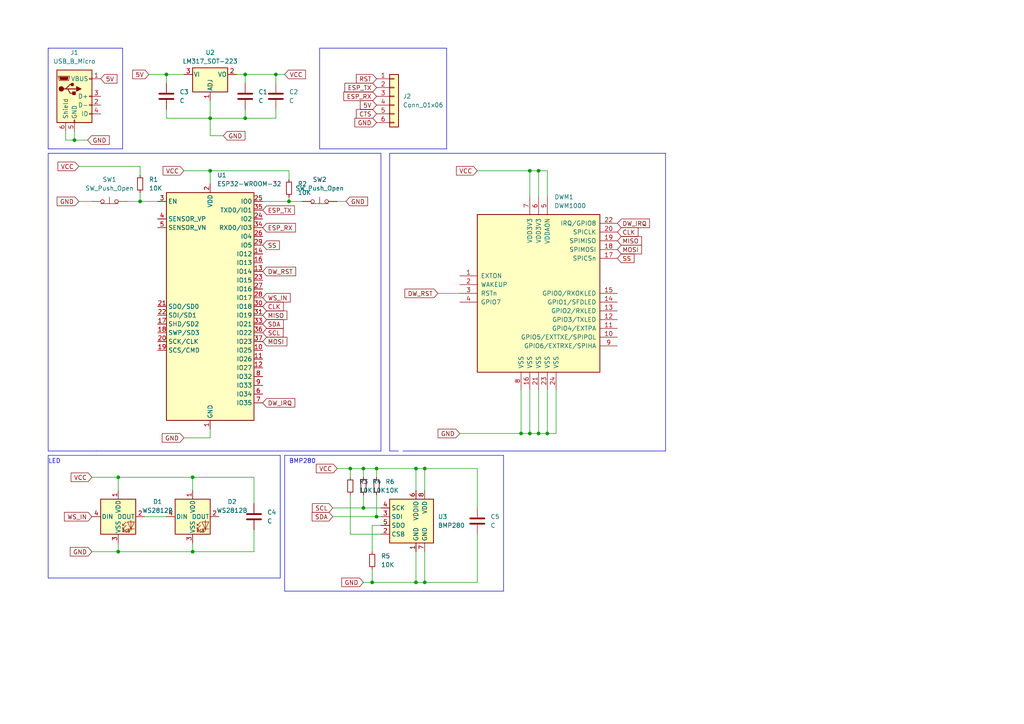
<source format=kicad_sch>
(kicad_sch (version 20230121) (generator eeschema)
  (paper "A4")
  (lib_symbols
    (symbol "Connector:USB_B_Micro" (pin_names (offset 1.016))
      (property "Reference" "J" (at -5.08 11.43 0))
      (property "Value" "USB_B_Micro" (at -5.08 8.89 0))
      (symbol "USB_B_Micro_0_1"
        (rectangle (start -5.08 -7.62) (end 5.08 7.62) (stroke (width 0.254)) (fill (type background)))
        (circle (center -3.81 2.159) (radius 0.635) (stroke (width 0.254)) (fill (type outline)))
        (circle (center -0.635 3.429) (radius 0.381) (stroke (width 0.254)) (fill (type outline)))
        (rectangle (start -0.127 -7.62) (end 0.127 -6.858))
        (polyline (pts (xy -1.905 2.159) (xy 0.635 2.159)) (stroke (width 0.254)))
        (polyline (pts (xy -3.175 2.159) (xy -2.54 2.159) (xy -1.27 3.429) (xy -0.635 3.429)) (stroke (width 0.254)))
        (polyline (pts (xy -2.54 2.159) (xy -1.905 2.159) (xy -1.27 0.889) (xy 0 0.889)) (stroke (width 0.254)))
        (polyline (pts (xy 0.635 2.794) (xy 0.635 1.524) (xy 1.905 2.159) (xy 0.635 2.794)) (stroke (width 0.254)) (fill (type outline)))
        (polyline (pts (xy -4.318 5.588) (xy -1.778 5.588) (xy -2.032 4.826) (xy -4.064 4.826) (xy -4.318 5.588)) (fill (type outline)))
        (polyline (pts (xy -4.699 5.842) (xy -4.699 5.588) (xy -4.445 4.826) (xy -4.445 4.572) (xy -1.651 4.572) (xy -1.651 4.826) (xy -1.397 5.588) (xy -1.397 5.842) (xy -4.699 5.842)))
        (rectangle (start 0.254 1.27) (end -0.508 0.508) (stroke (width 0.254)) (fill (type outline)))
        (rectangle (start 5.08 -5.207) (end 4.318 -4.953))
        (rectangle (start 5.08 -2.667) (end 4.318 -2.413))
        (rectangle (start 5.08 -0.127) (end 4.318 0.127))
        (rectangle (start 5.08 4.953) (end 4.318 5.207))
      )
      (symbol "USB_B_Micro_1_1"
        (pin power_out line (at 7.62 5.08 180) (length 2.54) (name "VBUS") (number "1"))
        (pin bidirectional line (at 7.62 -2.54 180) (length 2.54) (name "D-") (number "2"))
        (pin bidirectional line (at 7.62 0 180) (length 2.54) (name "D+") (number "3"))
        (pin passive line (at 7.62 -5.08 180) (length 2.54) (name "ID") (number "4"))
        (pin power_out line (at 0 -10.16 90) (length 2.54) (name "GND") (number "5"))
        (pin passive line (at -2.54 -10.16 90) (length 2.54) (name "Shield") (number "6"))
      )
    )
    (symbol "Connector_Generic:Conn_01x06" (pin_names (offset 1.016) hide)
      (property "Reference" "J" (at 0 7.62 0))
      (property "Value" "Conn_01x06" (at 0 -10.16 0))
      (symbol "Conn_01x06_1_1"
        (rectangle (start -1.27 -7.493) (end 0 -7.747) (stroke (width 0.1524)))
        (rectangle (start -1.27 -4.953) (end 0 -5.207) (stroke (width 0.1524)))
        (rectangle (start -1.27 -2.413) (end 0 -2.667) (stroke (width 0.1524)))
        (rectangle (start -1.27 0.127) (end 0 -0.127) (stroke (width 0.1524)))
        (rectangle (start -1.27 2.667) (end 0 2.413) (stroke (width 0.1524)))
        (rectangle (start -1.27 5.207) (end 0 4.953) (stroke (width 0.1524)))
        (rectangle (start -1.27 6.35) (end 1.27 -8.89) (stroke (width 0.254)) (fill (type background)))
        (pin passive line (at -5.08 5.08 0) (length 3.81) (name "Pin_1") (number "1"))
        (pin passive line (at -5.08 2.54 0) (length 3.81) (name "Pin_2") (number "2"))
        (pin passive line (at -5.08 0 0) (length 3.81) (name "Pin_3") (number "3"))
        (pin passive line (at -5.08 -2.54 0) (length 3.81) (name "Pin_4") (number "4"))
        (pin passive line (at -5.08 -5.08 0) (length 3.81) (name "Pin_5") (number "5"))
        (pin passive line (at -5.08 -7.62 0) (length 3.81) (name "Pin_6") (number "6"))
      )
    )
    (symbol "Device:C" (pin_numbers hide) (pin_names (offset 0.254))
      (property "Reference" "C" (at 0.635 2.54 0))
      (property "Value" "C" (at 0.635 -2.54 0))
      (symbol "C_0_1"
        (polyline (pts (xy -2.032 -0.762) (xy 2.032 -0.762)) (stroke (width 0.508)))
        (polyline (pts (xy -2.032 0.762) (xy 2.032 0.762)) (stroke (width 0.508)))
      )
      (symbol "C_1_1"
        (pin passive line (at 0 3.81 270) (length 2.794) (name "~") (number "1"))
        (pin passive line (at 0 -3.81 90) (length 2.794) (name "~") (number "2"))
      )
    )
    (symbol "Device:R_Small" (pin_numbers hide) (pin_names (offset 0.254) hide)
      (property "Reference" "R" (at 0.762 0.508 0))
      (property "Value" "R_Small" (at 0.762 -1.016 0))
      (symbol "R_Small_0_1"
        (rectangle (start -0.762 1.778) (end 0.762 -1.778) (stroke (width 0.2032)))
      )
      (symbol "R_Small_1_1"
        (pin passive line (at 0 2.54 270) (length 0.762) (name "~") (number "1"))
        (pin passive line (at 0 -2.54 90) (length 0.762) (name "~") (number "2"))
      )
    )
    (symbol "LED:WS2812B" (pin_names (offset 0.254))
      (property "Reference" "D" (at 5.08 5.715 0))
      (property "Value" "WS2812B" (at 1.27 -5.715 0))
      (symbol "WS2812B_0_0"
        (text "RGB" (at 2.286 -4.191 0) (effects (font (size 0.762 0.762))))
      )
      (symbol "WS2812B_0_1"
        (polyline (pts (xy 1.27 -3.556) (xy 1.778 -3.556)))
        (polyline (pts (xy 1.27 -2.54) (xy 1.778 -2.54)))
        (polyline (pts (xy 4.699 -3.556) (xy 2.667 -3.556)))
        (polyline (pts (xy 2.286 -2.54) (xy 1.27 -3.556) (xy 1.27 -3.048)))
        (polyline (pts (xy 2.286 -1.524) (xy 1.27 -2.54) (xy 1.27 -2.032)))
        (polyline (pts (xy 3.683 -1.016) (xy 3.683 -3.556) (xy 3.683 -4.064)))
        (polyline (pts (xy 4.699 -1.524) (xy 2.667 -1.524) (xy 3.683 -3.556) (xy 4.699 -1.524)))
        (rectangle (start 5.08 5.08) (end -5.08 -5.08) (stroke (width 0.254)) (fill (type background)))
      )
      (symbol "WS2812B_1_1"
        (pin power_in line (at 0 7.62 270) (length 2.54) (name "VDD") (number "1"))
        (pin output line (at 7.62 0 180) (length 2.54) (name "DOUT") (number "2"))
        (pin power_in line (at 0 -7.62 90) (length 2.54) (name "VSS") (number "3"))
        (pin input line (at -7.62 0 0) (length 2.54) (name "DIN") (number "4"))
      )
    )
    (symbol "RF_Module:DWM1000" (pin_names (offset 1.016))
      (property "Reference" "DWM" (at 7.62 25.4 0))
      (property "Value" "DWM1000" (at 1.27 3.81 0))
      (symbol "DWM1000_0_1"
        (rectangle (start 17.78 22.86) (end -17.78 -22.86) (stroke (width 0.254)) (fill (type background)))
      )
      (symbol "DWM1000_1_1"
        (pin output line (at -22.86 5.08 0) (length 5.08) (name "EXTON") (number "1"))
        (pin bidirectional line (at 22.86 -12.7 180) (length 5.08) (name "GPIO5/EXTTXE/SPIPOL") (number "10"))
        (pin bidirectional line (at 22.86 -10.16 180) (length 5.08) (name "GPIO4/EXTPA") (number "11"))
        (pin bidirectional line (at 22.86 -7.62 180) (length 5.08) (name "GPIO3/TXLED") (number "12"))
        (pin bidirectional line (at 22.86 -5.08 180) (length 5.08) (name "GPIO2/RXLED") (number "13"))
        (pin bidirectional line (at 22.86 -2.54 180) (length 5.08) (name "GPIO1/SFDLED") (number "14"))
        (pin bidirectional line (at 22.86 0 180) (length 5.08) (name "GPIO0/RXOKLED") (number "15"))
        (pin power_in line (at -2.54 -27.94 90) (length 5.08) (name "VSS") (number "16"))
        (pin input line (at 22.86 10.16 180) (length 5.08) (name "SPICSn") (number "17"))
        (pin input line (at 22.86 12.7 180) (length 5.08) (name "SPIMOSI") (number "18"))
        (pin output line (at 22.86 15.24 180) (length 5.08) (name "SPIMISO") (number "19"))
        (pin bidirectional line (at -22.86 2.54 0) (length 5.08) (name "WAKEUP") (number "2"))
        (pin input line (at 22.86 17.78 180) (length 5.08) (name "SPICLK") (number "20"))
        (pin power_in line (at 0 -27.94 90) (length 5.08) (name "VSS") (number "21"))
        (pin bidirectional line (at 22.86 20.32 180) (length 5.08) (name "IRQ/GPIO8") (number "22"))
        (pin power_in line (at 2.54 -27.94 90) (length 5.08) (name "VSS") (number "23"))
        (pin power_in line (at 5.08 -27.94 90) (length 5.08) (name "VSS") (number "24"))
        (pin bidirectional line (at -22.86 0 0) (length 5.08) (name "RSTn") (number "3"))
        (pin bidirectional line (at -22.86 -2.54 0) (length 5.08) (name "GPIO7") (number "4"))
        (pin power_in line (at 2.54 27.94 270) (length 5.08) (name "VDDAON") (number "5"))
        (pin power_in line (at 0 27.94 270) (length 5.08) (name "VDD3V3") (number "6"))
        (pin power_in line (at -2.54 27.94 270) (length 5.08) (name "VDD3V3") (number "7"))
        (pin power_in line (at -5.08 -27.94 90) (length 5.08) (name "VSS") (number "8"))
        (pin bidirectional line (at 22.86 -15.24 180) (length 5.08) (name "GPIO6/EXTRXE/SPIHA") (number "9"))
      )
    )
    (symbol "RF_Module:ESP32-WROOM-32"
      (property "Reference" "U" (at -12.7 34.29 0))
      (property "Value" "ESP32-WROOM-32" (at 1.27 34.29 0))
      (symbol "ESP32-WROOM-32_0_1"
        (rectangle (start -12.7 33.02) (end 12.7 -33.02) (stroke (width 0.254)) (fill (type background)))
      )
      (symbol "ESP32-WROOM-32_1_1"
        (pin power_in line (at 0 -35.56 90) (length 2.54) (name "GND") (number "1"))
        (pin bidirectional line (at 15.24 -12.7 180) (length 2.54) (name "IO25") (number "10"))
        (pin bidirectional line (at 15.24 -15.24 180) (length 2.54) (name "IO26") (number "11"))
        (pin bidirectional line (at 15.24 -17.78 180) (length 2.54) (name "IO27") (number "12"))
        (pin bidirectional line (at 15.24 10.16 180) (length 2.54) (name "IO14") (number "13"))
        (pin bidirectional line (at 15.24 15.24 180) (length 2.54) (name "IO12") (number "14"))
        (pin passive line (at 0 -35.56 90) (length 2.54) hide (name "GND") (number "15"))
        (pin bidirectional line (at 15.24 12.7 180) (length 2.54) (name "IO13") (number "16"))
        (pin bidirectional line (at -15.24 -5.08 0) (length 2.54) (name "SHD/SD2") (number "17"))
        (pin bidirectional line (at -15.24 -7.62 0) (length 2.54) (name "SWP/SD3") (number "18"))
        (pin bidirectional line (at -15.24 -12.7 0) (length 2.54) (name "SCS/CMD") (number "19"))
        (pin power_in line (at 0 35.56 270) (length 2.54) (name "VDD") (number "2"))
        (pin bidirectional line (at -15.24 -10.16 0) (length 2.54) (name "SCK/CLK") (number "20"))
        (pin bidirectional line (at -15.24 0 0) (length 2.54) (name "SDO/SD0") (number "21"))
        (pin bidirectional line (at -15.24 -2.54 0) (length 2.54) (name "SDI/SD1") (number "22"))
        (pin bidirectional line (at 15.24 7.62 180) (length 2.54) (name "IO15") (number "23"))
        (pin bidirectional line (at 15.24 25.4 180) (length 2.54) (name "IO2") (number "24"))
        (pin bidirectional line (at 15.24 30.48 180) (length 2.54) (name "IO0") (number "25"))
        (pin bidirectional line (at 15.24 20.32 180) (length 2.54) (name "IO4") (number "26"))
        (pin bidirectional line (at 15.24 5.08 180) (length 2.54) (name "IO16") (number "27"))
        (pin bidirectional line (at 15.24 2.54 180) (length 2.54) (name "IO17") (number "28"))
        (pin bidirectional line (at 15.24 17.78 180) (length 2.54) (name "IO5") (number "29"))
        (pin input line (at -15.24 30.48 0) (length 2.54) (name "EN") (number "3"))
        (pin bidirectional line (at 15.24 0 180) (length 2.54) (name "IO18") (number "30"))
        (pin bidirectional line (at 15.24 -2.54 180) (length 2.54) (name "IO19") (number "31"))
        (pin no_connect line (at -12.7 -27.94 0) (length 2.54) hide (name "NC") (number "32"))
        (pin bidirectional line (at 15.24 -5.08 180) (length 2.54) (name "IO21") (number "33"))
        (pin bidirectional line (at 15.24 22.86 180) (length 2.54) (name "RXD0/IO3") (number "34"))
        (pin bidirectional line (at 15.24 27.94 180) (length 2.54) (name "TXD0/IO1") (number "35"))
        (pin bidirectional line (at 15.24 -7.62 180) (length 2.54) (name "IO22") (number "36"))
        (pin bidirectional line (at 15.24 -10.16 180) (length 2.54) (name "IO23") (number "37"))
        (pin passive line (at 0 -35.56 90) (length 2.54) hide (name "GND") (number "38"))
        (pin passive line (at 0 -35.56 90) (length 2.54) hide (name "GND") (number "39"))
        (pin input line (at -15.24 25.4 0) (length 2.54) (name "SENSOR_VP") (number "4"))
        (pin input line (at -15.24 22.86 0) (length 2.54) (name "SENSOR_VN") (number "5"))
        (pin input line (at 15.24 -25.4 180) (length 2.54) (name "IO34") (number "6"))
        (pin input line (at 15.24 -27.94 180) (length 2.54) (name "IO35") (number "7"))
        (pin bidirectional line (at 15.24 -20.32 180) (length 2.54) (name "IO32") (number "8"))
        (pin bidirectional line (at 15.24 -22.86 180) (length 2.54) (name "IO33") (number "9"))
      )
    )
    (symbol "Regulator_Linear:LM317_SOT-223" (pin_names (offset 0.254))
      (property "Reference" "U" (at -3.81 3.175 0))
      (property "Value" "LM317_SOT-223" (at 0 3.175 0))
      (symbol "LM317_SOT-223_0_1"
        (rectangle (start -5.08 1.905) (end 5.08 -5.08) (stroke (width 0.254)) (fill (type background)))
      )
      (symbol "LM317_SOT-223_1_1"
        (pin input line (at 0 -7.62 90) (length 2.54) (name "ADJ") (number "1"))
        (pin power_out line (at 7.62 0 180) (length 2.54) (name "VO") (number "2"))
        (pin power_in line (at -7.62 0 0) (length 2.54) (name "VI") (number "3"))
      )
    )
    (symbol "Sensor_Pressure:BMP280"
      (property "Reference" "U" (at -7.62 10.16 0))
      (property "Value" "BMP280" (at 5.08 10.16 0))
      (symbol "BMP280_0_1"
        (rectangle (start -7.62 -5.08) (end 5.08 7.62) (stroke (width 0.254)) (fill (type background)))
      )
      (symbol "BMP280_1_1"
        (pin power_in line (at 0 -7.62 90) (length 2.54) (name "GND") (number "1"))
        (pin input line (at -10.16 -2.54 0) (length 2.54) (name "CSB") (number "2"))
        (pin bidirectional line (at -10.16 2.54 0) (length 2.54) (name "SDI") (number "3"))
        (pin input line (at -10.16 5.08 0) (length 2.54) (name "SCK") (number "4"))
        (pin bidirectional line (at -10.16 0 0) (length 2.54) (name "SDO") (number "5"))
        (pin power_in line (at 0 10.16 270) (length 2.54) (name "VDDIO") (number "6"))
        (pin power_in line (at 2.54 -7.62 90) (length 2.54) (name "GND") (number "7"))
        (pin power_in line (at 2.54 10.16 270) (length 2.54) (name "VDD") (number "8"))
      )
    )
    (symbol "Switch:SW_Push_Open" (pin_numbers hide) (pin_names (offset 1.016) hide)
      (property "Reference" "SW" (at 0 2.54 0))
      (property "Value" "SW_Push_Open" (at 0 -1.905 0))
      (symbol "SW_Push_Open_0_1"
        (circle (center -2.032 0) (radius 0.508))
        (polyline (pts (xy -2.54 -0.635) (xy 2.54 -0.635)))
        (polyline (pts (xy 0 -0.635) (xy 0 1.27)))
        (circle (center 2.032 0) (radius 0.508))
        (pin passive line (at -5.08 0 0) (length 2.54) (name "A") (number "1"))
      )
      (symbol "SW_Push_Open_1_1"
        (pin passive line (at 5.08 0 180) (length 2.54) (name "B") (number "2"))
      )
    )
  )
  (junction (at 123.19 135.89))
  (junction (at 101.6 135.89))
  (junction (at 156.21 125.73))
  (junction (at 120.65 135.89))
  (junction (at 55.88 160.02))
  (junction (at 151.13 125.73))
  (junction (at 120.65 168.91))
  (junction (at 153.67 125.73))
  (junction (at 107.95 168.91))
  (junction (at 83.82 58.42))
  (junction (at 156.21 49.53))
  (junction (at 153.67 49.53))
  (junction (at 71.12 34.29))
  (junction (at 60.96 49.53))
  (junction (at 40.64 58.42))
  (junction (at 55.88 138.43))
  (junction (at 34.29 160.02))
  (junction (at 109.22 135.89))
  (junction (at 71.12 21.59))
  (junction (at 105.41 135.89))
  (junction (at 109.22 149.86))
  (junction (at 80.01 21.59))
  (junction (at 21.59 40.64))
  (junction (at 158.75 125.73))
  (junction (at 48.26 21.59))
  (junction (at 34.29 138.43))
  (junction (at 60.96 34.29))
  (junction (at 105.41 147.32))
  (junction (at 123.19 168.91))
  (polyline (pts (xy 13.97 44.45) (xy 13.97 130.81)))
  (polyline (pts (xy 13.97 132.08) (xy 81.28 132.08)))
  (wire (pts (xy 73.66 153.67) (xy 73.66 160.02)))
  (wire (pts (xy 101.6 135.89) (xy 101.6 138.43)))
  (wire (pts (xy 158.75 57.15) (xy 158.75 49.53)))
  (wire (pts (xy 101.6 135.89) (xy 105.41 135.89)))
  (wire (pts (xy 40.64 55.88) (xy 40.64 58.42)))
  (wire (pts (xy 48.26 34.29) (xy 48.26 31.75)))
  (wire (pts (xy 60.96 49.53) (xy 83.82 49.53)))
  (wire (pts (xy 34.29 138.43) (xy 26.67 138.43)))
  (wire (pts (xy 36.83 58.42) (xy 40.64 58.42)))
  (wire (pts (xy 34.29 160.02) (xy 26.67 160.02)))
  (polyline (pts (xy 113.03 171.45) (xy 146.05 171.45)))
  (polyline (pts (xy 13.97 167.64) (xy 13.97 132.08)))
  (wire (pts (xy 109.22 135.89) (xy 120.65 135.89)))
  (wire (pts (xy 48.26 24.13) (xy 48.26 21.59)))
  (wire (pts (xy 55.88 160.02) (xy 34.29 160.02)))
  (wire (pts (xy 123.19 168.91) (xy 120.65 168.91)))
  (polyline (pts (xy 27.94 130.81) (xy 110.49 130.81)))
  (wire (pts (xy 120.65 135.89) (xy 123.19 135.89)))
  (wire (pts (xy 123.19 142.24) (xy 123.19 135.89)))
  (wire (pts (xy 73.66 138.43) (xy 55.88 138.43)))
  (wire (pts (xy 21.59 40.64) (xy 25.4 40.64)))
  (polyline (pts (xy 92.71 43.18) (xy 129.54 43.18)))
  (wire (pts (xy 34.29 142.24) (xy 34.29 138.43)))
  (polyline (pts (xy 13.97 13.97) (xy 13.97 43.18)))
  (wire (pts (xy 105.41 168.91) (xy 107.95 168.91)))
  (polyline (pts (xy 92.71 13.97) (xy 129.54 13.97)))
  (wire (pts (xy 138.43 147.32) (xy 138.43 135.89)))
  (polyline (pts (xy 81.28 167.64) (xy 13.97 167.64)))
  (wire (pts (xy 19.05 40.64) (xy 21.59 40.64)))
  (wire (pts (xy 34.29 157.48) (xy 34.29 160.02)))
  (wire (pts (xy 153.67 113.03) (xy 153.67 125.73)))
  (wire (pts (xy 105.41 135.89) (xy 105.41 138.43)))
  (wire (pts (xy 53.34 127) (xy 60.96 127)))
  (wire (pts (xy 80.01 31.75) (xy 80.01 34.29)))
  (wire (pts (xy 110.49 154.94) (xy 101.6 154.94)))
  (wire (pts (xy 71.12 24.13) (xy 71.12 21.59)))
  (wire (pts (xy 120.65 160.02) (xy 120.65 168.91)))
  (wire (pts (xy 151.13 113.03) (xy 151.13 125.73)))
  (wire (pts (xy 96.52 149.86) (xy 109.22 149.86)))
  (wire (pts (xy 22.86 48.26) (xy 40.64 48.26)))
  (wire (pts (xy 153.67 49.53) (xy 156.21 49.53)))
  (wire (pts (xy 83.82 49.53) (xy 83.82 52.07)))
  (polyline (pts (xy 110.49 44.45) (xy 13.97 44.45)))
  (wire (pts (xy 96.52 147.32) (xy 105.41 147.32)))
  (wire (pts (xy 107.95 152.4) (xy 107.95 160.02)))
  (wire (pts (xy 110.49 152.4) (xy 107.95 152.4)))
  (polyline (pts (xy 82.55 171.45) (xy 113.03 171.45)))
  (wire (pts (xy 60.96 39.37) (xy 64.77 39.37)))
  (polyline (pts (xy 110.49 130.81) (xy 110.49 44.45)))
  (polyline (pts (xy 35.56 43.18) (xy 35.56 13.97)))
  (wire (pts (xy 153.67 125.73) (xy 156.21 125.73)))
  (wire (pts (xy 158.75 113.03) (xy 158.75 125.73)))
  (wire (pts (xy 60.96 34.29) (xy 60.96 39.37)))
  (polyline (pts (xy 35.56 13.97) (xy 13.97 13.97)))
  (polyline (pts (xy 113.03 44.45) (xy 113.03 130.81)))
  (polyline (pts (xy 146.05 132.08) (xy 82.55 132.08)))
  (wire (pts (xy 123.19 160.02) (xy 123.19 168.91)))
  (wire (pts (xy 127 85.09) (xy 133.35 85.09)))
  (wire (pts (xy 21.59 38.1) (xy 21.59 40.64)))
  (wire (pts (xy 71.12 31.75) (xy 71.12 34.29)))
  (wire (pts (xy 48.26 21.59) (xy 53.34 21.59)))
  (wire (pts (xy 71.12 34.29) (xy 60.96 34.29)))
  (wire (pts (xy 156.21 125.73) (xy 158.75 125.73)))
  (wire (pts (xy 71.12 21.59) (xy 80.01 21.59)))
  (wire (pts (xy 73.66 146.05) (xy 73.66 138.43)))
  (wire (pts (xy 138.43 135.89) (xy 123.19 135.89)))
  (wire (pts (xy 105.41 143.51) (xy 105.41 147.32)))
  (wire (pts (xy 73.66 160.02) (xy 55.88 160.02)))
  (polyline (pts (xy 113.03 130.81) (xy 115.57 130.81)))
  (wire (pts (xy 153.67 49.53) (xy 153.67 57.15)))
  (wire (pts (xy 107.95 165.1) (xy 107.95 168.91)))
  (wire (pts (xy 156.21 49.53) (xy 158.75 49.53)))
  (wire (pts (xy 109.22 135.89) (xy 109.22 138.43)))
  (polyline (pts (xy 129.54 43.18) (xy 129.54 13.97)))
  (polyline (pts (xy 13.97 130.81) (xy 27.94 130.81)))
  (wire (pts (xy 43.18 21.59) (xy 48.26 21.59)))
  (wire (pts (xy 158.75 125.73) (xy 161.29 125.73)))
  (wire (pts (xy 156.21 49.53) (xy 156.21 57.15)))
  (polyline (pts (xy 193.04 130.81) (xy 193.04 44.45)))
  (wire (pts (xy 55.88 157.48) (xy 55.88 160.02)))
  (wire (pts (xy 138.43 168.91) (xy 123.19 168.91)))
  (wire (pts (xy 22.86 58.42) (xy 26.67 58.42)))
  (wire (pts (xy 53.34 49.53) (xy 60.96 49.53)))
  (wire (pts (xy 97.79 135.89) (xy 101.6 135.89)))
  (wire (pts (xy 101.6 154.94) (xy 101.6 143.51)))
  (wire (pts (xy 55.88 138.43) (xy 34.29 138.43)))
  (polyline (pts (xy 116.84 130.81) (xy 193.04 130.81)))
  (polyline (pts (xy 81.28 132.08) (xy 81.28 167.64)))
  (wire (pts (xy 60.96 29.21) (xy 60.96 34.29)))
  (wire (pts (xy 83.82 57.15) (xy 83.82 58.42)))
  (polyline (pts (xy 82.55 132.08) (xy 82.55 171.45)))
  (wire (pts (xy 40.64 58.42) (xy 45.72 58.42)))
  (wire (pts (xy 83.82 58.42) (xy 87.63 58.42)))
  (wire (pts (xy 161.29 113.03) (xy 161.29 125.73)))
  (polyline (pts (xy 92.71 13.97) (xy 92.71 43.18)))
  (wire (pts (xy 120.65 135.89) (xy 120.65 142.24)))
  (polyline (pts (xy 146.05 171.45) (xy 146.05 132.08)))
  (wire (pts (xy 19.05 38.1) (xy 19.05 40.64)))
  (wire (pts (xy 138.43 154.94) (xy 138.43 168.91)))
  (wire (pts (xy 80.01 34.29) (xy 71.12 34.29)))
  (wire (pts (xy 151.13 125.73) (xy 153.67 125.73)))
  (wire (pts (xy 105.41 135.89) (xy 109.22 135.89)))
  (wire (pts (xy 156.21 113.03) (xy 156.21 125.73)))
  (polyline (pts (xy 15.24 43.18) (xy 35.56 43.18)))
  (wire (pts (xy 109.22 143.51) (xy 109.22 149.86)))
  (wire (pts (xy 138.43 49.53) (xy 153.67 49.53)))
  (wire (pts (xy 60.96 53.34) (xy 60.96 49.53)))
  (wire (pts (xy 109.22 149.86) (xy 110.49 149.86)))
  (wire (pts (xy 76.2 58.42) (xy 83.82 58.42)))
  (wire (pts (xy 55.88 142.24) (xy 55.88 138.43)))
  (wire (pts (xy 80.01 24.13) (xy 80.01 21.59)))
  (wire (pts (xy 80.01 21.59) (xy 82.55 21.59)))
  (wire (pts (xy 133.35 125.73) (xy 151.13 125.73)))
  (wire (pts (xy 40.64 50.8) (xy 40.64 48.26)))
  (wire (pts (xy 60.96 124.46) (xy 60.96 127)))
  (wire (pts (xy 41.91 149.86) (xy 48.26 149.86)))
  (wire (pts (xy 97.79 58.42) (xy 100.33 58.42)))
  (wire (pts (xy 107.95 168.91) (xy 120.65 168.91)))
  (wire (pts (xy 71.12 21.59) (xy 68.58 21.59)))
  (wire (pts (xy 60.96 34.29) (xy 48.26 34.29)))
  (polyline (pts (xy 193.04 44.45) (xy 113.03 44.45)))
  (wire (pts (xy 105.41 147.32) (xy 110.49 147.32)))
  (polyline (pts (xy 13.97 43.18) (xy 15.24 43.18)))
  (text "LED\n" (at 13.97 134.62 0) (effects (font (size 1.27 1.27)) (justify left bottom)))
  (text "BMP280\n" (at 83.82 134.62 0) (effects (font (size 1.27 1.27)) (justify left bottom)))
  (global_label "GND" (shape input) (at 105.41 168.91 180) (property "Intersheetrefs" "${INTERSHEET_REFS}" (effects hide)))
  (global_label "DW_IRQ" (shape input) (at 179.07 64.77 0) (property "Intersheetrefs" "${INTERSHEET_REFS}" (effects hide)))
  (global_label "GND" (shape input) (at 64.77 39.37 0) (property "Intersheetrefs" "${INTERSHEET_REFS}" (effects hide)))
  (global_label "GND" (shape input) (at 22.86 58.42 180) (property "Intersheetrefs" "${INTERSHEET_REFS}" (effects hide)))
  (global_label "RST" (shape input) (at 109.22 22.86 180) (property "Intersheetrefs" "${INTERSHEET_REFS}" (effects hide)))
  (global_label "DW_RST" (shape input) (at 76.2 78.74 0) (property "Intersheetrefs" "${INTERSHEET_REFS}" (effects hide)))
  (global_label "VCC" (shape input) (at 26.67 138.43 180) (property "Intersheetrefs" "${INTERSHEET_REFS}" (effects hide)))
  (global_label "CLK" (shape input) (at 179.07 67.31 0) (property "Intersheetrefs" "${INTERSHEET_REFS}" (effects hide)))
  (global_label "VCC" (shape input) (at 22.86 48.26 180) (property "Intersheetrefs" "${INTERSHEET_REFS}" (effects hide)))
  (global_label "SCL" (shape input) (at 96.52 147.32 180) (property "Intersheetrefs" "${INTERSHEET_REFS}" (effects hide)))
  (global_label "GND" (shape input) (at 109.22 35.56 180) (property "Intersheetrefs" "${INTERSHEET_REFS}" (effects hide)))
  (global_label "VCC" (shape input) (at 53.34 49.53 180) (property "Intersheetrefs" "${INTERSHEET_REFS}" (effects hide)))
  (global_label "ESP_RX" (shape input) (at 109.22 27.94 180) (property "Intersheetrefs" "${INTERSHEET_REFS}" (effects hide)))
  (global_label "5V" (shape input) (at 43.18 21.59 180) (property "Intersheetrefs" "${INTERSHEET_REFS}" (effects hide)))
  (global_label "GND" (shape input) (at 25.4 40.64 0) (property "Intersheetrefs" "${INTERSHEET_REFS}" (effects hide)))
  (global_label "ESP_TX" (shape input) (at 109.22 25.4 180) (property "Intersheetrefs" "${INTERSHEET_REFS}" (effects hide)))
  (global_label "MISO" (shape input) (at 179.07 69.85 0) (property "Intersheetrefs" "${INTERSHEET_REFS}" (effects hide)))
  (global_label "DW_RST" (shape input) (at 127 85.09 180) (property "Intersheetrefs" "${INTERSHEET_REFS}" (effects hide)))
  (global_label "SDA" (shape input) (at 96.52 149.86 180) (property "Intersheetrefs" "${INTERSHEET_REFS}" (effects hide)))
  (global_label "ESP_RX" (shape input) (at 76.2 66.04 0) (property "Intersheetrefs" "${INTERSHEET_REFS}" (effects hide)))
  (global_label "WS_IN" (shape input) (at 26.67 149.86 180) (property "Intersheetrefs" "${INTERSHEET_REFS}" (effects hide)))
  (global_label "CTS" (shape input) (at 109.22 33.02 180) (property "Intersheetrefs" "${INTERSHEET_REFS}" (effects hide)))
  (global_label "DW_IRQ" (shape input) (at 76.2 116.84 0) (property "Intersheetrefs" "${INTERSHEET_REFS}" (effects hide)))
  (global_label "CLK" (shape input) (at 76.2 88.9 0) (property "Intersheetrefs" "${INTERSHEET_REFS}" (effects hide)))
  (global_label "GND" (shape input) (at 26.67 160.02 180) (property "Intersheetrefs" "${INTERSHEET_REFS}" (effects hide)))
  (global_label "VCC" (shape input) (at 82.55 21.59 0) (property "Intersheetrefs" "${INTERSHEET_REFS}" (effects hide)))
  (global_label "SCL" (shape input) (at 76.2 96.52 0) (property "Intersheetrefs" "${INTERSHEET_REFS}" (effects hide)))
  (global_label "MOSI" (shape input) (at 179.07 72.39 0) (property "Intersheetrefs" "${INTERSHEET_REFS}" (effects hide)))
  (global_label "MOSI" (shape input) (at 76.2 99.06 0) (property "Intersheetrefs" "${INTERSHEET_REFS}" (effects hide)))
  (global_label "VCC" (shape input) (at 97.79 135.89 180) (property "Intersheetrefs" "${INTERSHEET_REFS}" (effects hide)))
  (global_label "ESP_TX" (shape input) (at 76.2 60.96 0) (property "Intersheetrefs" "${INTERSHEET_REFS}" (effects hide)))
  (global_label "VCC" (shape input) (at 138.43 49.53 180) (property "Intersheetrefs" "${INTERSHEET_REFS}" (effects hide)))
  (global_label "GND" (shape input) (at 53.34 127 180) (property "Intersheetrefs" "${INTERSHEET_REFS}" (effects hide)))
  (global_label "SDA" (shape input) (at 76.2 93.98 0) (property "Intersheetrefs" "${INTERSHEET_REFS}" (effects hide)))
  (global_label "5V" (shape input) (at 109.22 30.48 180) (property "Intersheetrefs" "${INTERSHEET_REFS}" (effects hide)))
  (global_label "SS" (shape input) (at 76.2 71.12 0) (property "Intersheetrefs" "${INTERSHEET_REFS}" (effects hide)))
  (global_label "GND" (shape input) (at 100.33 58.42 0) (property "Intersheetrefs" "${INTERSHEET_REFS}" (effects hide)))
  (global_label "SS" (shape input) (at 179.07 74.93 0) (property "Intersheetrefs" "${INTERSHEET_REFS}" (effects hide)))
  (global_label "WS_IN" (shape input) (at 76.2 86.36 0) (property "Intersheetrefs" "${INTERSHEET_REFS}" (effects hide)))
  (global_label "5V" (shape input) (at 29.21 22.86 0) (property "Intersheetrefs" "${INTERSHEET_REFS}" (effects hide)))
  (global_label "GND" (shape input) (at 133.35 125.73 180) (property "Intersheetrefs" "${INTERSHEET_REFS}" (effects hide)))
  (global_label "MISO" (shape input) (at 76.2 91.44 0) (property "Intersheetrefs" "${INTERSHEET_REFS}" (effects hide)))
  (symbol (lib_id "Switch:SW_Push_Open") (at 31.75 58.42 0) (unit 1)
    (property "Reference" "SW1" (at 31.75 52.07 0))
    (property "Value" "SW_Push_Open" (at 31.75 54.61 0))
    (property "Footprint" "Button_Switch_SMD:SW_SPST_CK_RS282G05A3" (effects hide))
  )
  (symbol (lib_id "RF_Module:ESP32-WROOM-32") (at 60.96 88.9 0) (unit 1)
    (property "Reference" "U1" (at 62.9794 50.8 0) (effects (justify left)))
    (property "Value" "ESP32-WROOM-32" (at 62.9794 53.34 0) (effects (justify left)))
    (property "Footprint" "RF_Module:ESP32-WROOM-32" (effects hide))
    (property "Datasheet" "https://www.espressif.com/sites/default/files/documentation/esp32-wroom-32_datasheet_en.pdf" (effects hide))
  )
  (symbol (lib_id "Connector_Generic:Conn_01x06") (at 114.3 27.94 0) (unit 1)
    (property "Reference" "J2" (at 116.84 27.9399 0) (effects (justify left)))
    (property "Value" "Conn_01x06" (at 116.84 30.4799 0) (effects (justify left)))
    (property "Footprint" "Connector_PinHeader_2.54mm:PinHeader_1x06_P2.54mm_Vertical" (effects hide))
  )
  (symbol (lib_id "LED:WS2812B") (at 55.88 149.86 0) (unit 1)
    (property "Reference" "D2" (at 67.31 145.5293 0))
    (property "Value" "WS2812B" (at 67.31 148.0693 0))
    (property "Footprint" "LED_SMD:LED_WS2812B_PLCC4_5.0x5.0mm_P3.2mm" (effects hide))
    (property "Datasheet" "https://cdn-shop.adafruit.com/datasheets/WS2812B.pdf" (effects hide))
  )
  (symbol (lib_id "Device:R_Small") (at 40.64 53.34 0) (unit 1)
    (property "Reference" "R1" (at 43.18 52.0699 0) (effects (justify left)))
    (property "Value" "10K" (at 43.18 54.6099 0) (effects (justify left)))
    (property "Footprint" "Resistor_SMD:R_0603_1608Metric" (effects hide))
  )
  (symbol (lib_id "Device:C") (at 138.43 151.13 0) (unit 1)
    (property "Reference" "C5" (at 142.24 149.8599 0) (effects (justify left)))
    (property "Value" "C" (at 142.24 152.3999 0) (effects (justify left)))
    (property "Footprint" "Capacitor_SMD:C_0603_1608Metric" (effects hide))
  )
  (symbol (lib_id "Device:R_Small") (at 105.41 140.97 0) (unit 1)
    (property "Reference" "R4" (at 107.95 139.6999 0) (effects (justify left)))
    (property "Value" "10K" (at 107.95 142.2399 0) (effects (justify left)))
    (property "Footprint" "Resistor_SMD:R_0603_1608Metric" (effects hide))
  )
  (symbol (lib_id "RF_Module:DWM1000") (at 156.21 85.09 0) (unit 1)
    (property "Reference" "DWM1" (at 160.7694 57.15 0) (effects (justify left)))
    (property "Value" "DWM1000" (at 160.7694 59.69 0) (effects (justify left)))
    (property "Footprint" "RF_Module:DWM1000" (effects hide))
    (property "Datasheet" "https://www.decawave.com/sites/default/files/resources/dwm1000-datasheet-v1.3.pdf" (effects hide))
  )
  (symbol (lib_id "Device:C") (at 48.26 27.94 0) (unit 1)
    (property "Reference" "C3" (at 52.07 26.6699 0) (effects (justify left)))
    (property "Value" "C" (at 52.07 29.2099 0) (effects (justify left)))
    (property "Footprint" "Capacitor_SMD:C_0603_1608Metric" (effects hide))
  )
  (symbol (lib_id "Device:C") (at 71.12 27.94 0) (unit 1)
    (property "Reference" "C1" (at 74.93 26.6699 0) (effects (justify left)))
    (property "Value" "C" (at 74.93 29.2099 0) (effects (justify left)))
    (property "Footprint" "Capacitor_SMD:C_0603_1608Metric" (effects hide))
  )
  (symbol (lib_id "Connector:USB_B_Micro") (at 21.59 27.94 0) (unit 1)
    (property "Reference" "J1" (at 21.59 15.24 0))
    (property "Value" "USB_B_Micro" (at 21.59 17.78 0))
    (property "Footprint" "Connector_USB:USB_Micro-B_Molex-105017-0001" (effects hide))
  )
  (symbol (lib_id "Device:C") (at 80.01 27.94 0) (unit 1)
    (property "Reference" "C2" (at 83.82 26.6699 0) (effects (justify left)))
    (property "Value" "C" (at 83.82 29.2099 0) (effects (justify left)))
    (property "Footprint" "Capacitor_SMD:C_0603_1608Metric" (effects hide))
  )
  (symbol (lib_id "Device:C") (at 73.66 149.86 0) (unit 1)
    (property "Reference" "C4" (at 77.47 148.5899 0) (effects (justify left)))
    (property "Value" "C" (at 77.47 151.1299 0) (effects (justify left)))
    (property "Footprint" "Capacitor_SMD:C_0603_1608Metric" (effects hide))
  )
  (symbol (lib_id "Switch:SW_Push_Open") (at 92.71 58.42 0) (unit 1)
    (property "Reference" "SW2" (at 92.71 52.07 0))
    (property "Value" "SW_Push_Open" (at 92.71 54.61 0))
    (property "Footprint" "Button_Switch_SMD:SW_SPST_CK_RS282G05A3" (effects hide))
  )
  (symbol (lib_id "Regulator_Linear:LM317_SOT-223") (at 60.96 21.59 0) (unit 1)
    (property "Reference" "U2" (at 60.96 15.24 0))
    (property "Value" "LM317_SOT-223" (at 60.96 17.78 0))
    (property "Footprint" "Package_TO_SOT_SMD:SOT-223-3_TabPin2" (effects hide))
    (property "Datasheet" "http://www.ti.com/lit/ds/symlink/lm317.pdf" (effects hide))
  )
  (symbol (lib_id "Sensor_Pressure:BMP280") (at 120.65 152.4 0) (unit 1)
    (property "Reference" "U3" (at 127 149.8599 0) (effects (justify left)))
    (property "Value" "BMP280" (at 127 152.3999 0) (effects (justify left)))
    (property "Footprint" "Package_LGA:Bosch_LGA-8_2x2.5mm_P0.65mm_ClockwisePinNumbering" (effects hide))
    (property "Datasheet" "https://ae-bst.resource.bosch.com/media/_tech/media/datasheets/BST-BMP280-DS001.pdf" (effects hide))
  )
  (symbol (lib_id "Device:R_Small") (at 83.82 54.61 0) (unit 1)
    (property "Reference" "R2" (at 86.36 53.3399 0) (effects (justify left)))
    (property "Value" "10K" (at 86.36 55.8799 0) (effects (justify left)))
    (property "Footprint" "Resistor_SMD:R_0603_1608Metric" (effects hide))
  )
  (symbol (lib_id "Device:R_Small") (at 109.22 140.97 0) (unit 1)
    (property "Reference" "R6" (at 111.76 139.6999 0) (effects (justify left)))
    (property "Value" "10K" (at 111.76 142.2399 0) (effects (justify left)))
    (property "Footprint" "Resistor_SMD:R_0603_1608Metric" (effects hide))
  )
  (symbol (lib_id "Device:R_Small") (at 107.95 162.56 0) (unit 1)
    (property "Reference" "R5" (at 110.49 161.2899 0) (effects (justify left)))
    (property "Value" "10K" (at 110.49 163.8299 0) (effects (justify left)))
    (property "Footprint" "Resistor_SMD:R_0603_1608Metric" (effects hide))
  )
  (symbol (lib_id "Device:R_Small") (at 101.6 140.97 0) (unit 1)
    (property "Reference" "R3" (at 104.14 139.6999 0) (effects (justify left)))
    (property "Value" "10K" (at 104.14 142.2399 0) (effects (justify left)))
    (property "Footprint" "Resistor_SMD:R_0603_1608Metric" (effects hide))
  )
  (symbol (lib_id "LED:WS2812B") (at 34.29 149.86 0) (unit 1)
    (property "Reference" "D1" (at 45.72 145.5293 0))
    (property "Value" "WS2812B" (at 45.72 148.0693 0))
    (property "Footprint" "LED_SMD:LED_WS2812B_PLCC4_5.0x5.0mm_P3.2mm" (effects hide))
    (property "Datasheet" "https://cdn-shop.adafruit.com/datasheets/WS2812B.pdf" (effects hide))
  )
)
</source>
